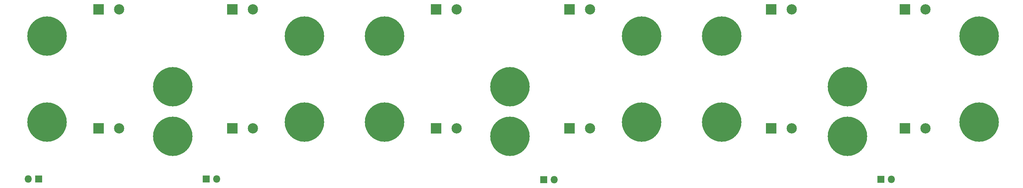
<source format=gbs>
G04 #@! TF.GenerationSoftware,KiCad,Pcbnew,(5.1.6)-1*
G04 #@! TF.CreationDate,2021-04-15T22:16:23+02:00*
G04 #@! TF.ProjectId,DCLink,44434c69-6e6b-42e6-9b69-6361645f7063,rev?*
G04 #@! TF.SameCoordinates,Original*
G04 #@! TF.FileFunction,Soldermask,Bot*
G04 #@! TF.FilePolarity,Negative*
%FSLAX46Y46*%
G04 Gerber Fmt 4.6, Leading zero omitted, Abs format (unit mm)*
G04 Created by KiCad (PCBNEW (5.1.6)-1) date 2021-04-15 22:16:23*
%MOMM*%
%LPD*%
G01*
G04 APERTURE LIST*
%ADD10O,1.800000X1.800000*%
%ADD11R,1.800000X1.800000*%
%ADD12C,2.500000*%
%ADD13R,2.500000X2.500000*%
%ADD14C,9.600000*%
G04 APERTURE END LIST*
D10*
X84740000Y-72400000D03*
D11*
X82200000Y-72400000D03*
D12*
X61000000Y-31000000D03*
D13*
X56000000Y-31000000D03*
X56000000Y-60000000D03*
D12*
X61000000Y-60000000D03*
D13*
X88500000Y-31000000D03*
D12*
X93500000Y-31000000D03*
X93500000Y-60000000D03*
D13*
X88500000Y-60000000D03*
X138000000Y-31000000D03*
D12*
X143000000Y-31000000D03*
X143000000Y-60000000D03*
D13*
X138000000Y-60000000D03*
X170500000Y-31000000D03*
D12*
X175500000Y-31000000D03*
X175500000Y-60000000D03*
D13*
X170500000Y-60000000D03*
X219500000Y-31000000D03*
D12*
X224500000Y-31000000D03*
X224500000Y-60000000D03*
D13*
X219500000Y-60000000D03*
X252000000Y-31000000D03*
D12*
X257000000Y-31000000D03*
X257000000Y-60000000D03*
D13*
X252000000Y-60000000D03*
D11*
X164200000Y-72600000D03*
D10*
X166740000Y-72600000D03*
D14*
X43500000Y-37500000D03*
X43500000Y-58500000D03*
X125500000Y-37500000D03*
X125500000Y-58500000D03*
X207500000Y-58500000D03*
X207500000Y-37500000D03*
X74000000Y-49900000D03*
X156000000Y-49900000D03*
X238000000Y-49900000D03*
X74000000Y-62000000D03*
X156000000Y-62000000D03*
X238000000Y-62000000D03*
X106000000Y-37500000D03*
X106000000Y-58500000D03*
X188000000Y-37500000D03*
X188000000Y-58500000D03*
X270000000Y-58500000D03*
X270000000Y-37500000D03*
D11*
X246200000Y-72500000D03*
D10*
X248740000Y-72500000D03*
X38860000Y-72400000D03*
D11*
X41400000Y-72400000D03*
M02*

</source>
